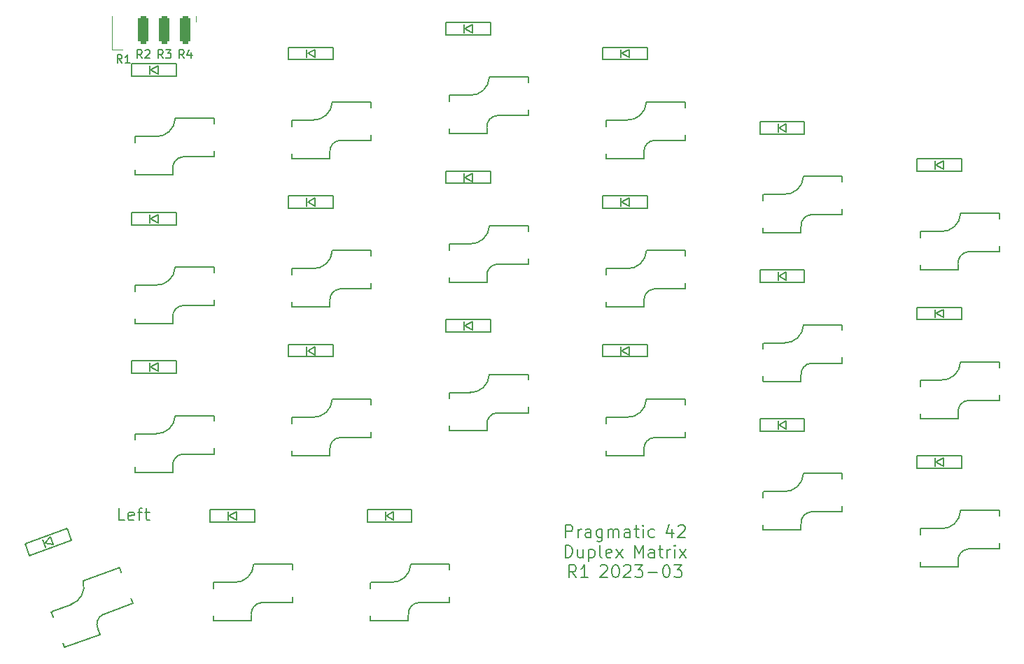
<source format=gto>
%TF.GenerationSoftware,KiCad,Pcbnew,(7.0.0-0)*%
%TF.CreationDate,2023-03-09T14:48:35+08:00*%
%TF.ProjectId,Input,496e7075-742e-46b6-9963-61645f706362,1*%
%TF.SameCoordinates,PX7bfa480PY6052340*%
%TF.FileFunction,Legend,Top*%
%TF.FilePolarity,Positive*%
%FSLAX46Y46*%
G04 Gerber Fmt 4.6, Leading zero omitted, Abs format (unit mm)*
G04 Created by KiCad (PCBNEW (7.0.0-0)) date 2023-03-09 14:48:35*
%MOMM*%
%LPD*%
G01*
G04 APERTURE LIST*
G04 Aperture macros list*
%AMRoundRect*
0 Rectangle with rounded corners*
0 $1 Rounding radius*
0 $2 $3 $4 $5 $6 $7 $8 $9 X,Y pos of 4 corners*
0 Add a 4 corners polygon primitive as box body*
4,1,4,$2,$3,$4,$5,$6,$7,$8,$9,$2,$3,0*
0 Add four circle primitives for the rounded corners*
1,1,$1+$1,$2,$3*
1,1,$1+$1,$4,$5*
1,1,$1+$1,$6,$7*
1,1,$1+$1,$8,$9*
0 Add four rect primitives between the rounded corners*
20,1,$1+$1,$2,$3,$4,$5,0*
20,1,$1+$1,$4,$5,$6,$7,0*
20,1,$1+$1,$6,$7,$8,$9,0*
20,1,$1+$1,$8,$9,$2,$3,0*%
%AMRotRect*
0 Rectangle, with rotation*
0 The origin of the aperture is its center*
0 $1 length*
0 $2 width*
0 $3 Rotation angle, in degrees counterclockwise*
0 Add horizontal line*
21,1,$1,$2,0,0,$3*%
G04 Aperture macros list end*
%ADD10C,0.150000*%
%ADD11C,0.200000*%
%ADD12C,0.120000*%
%ADD13C,3.000000*%
%ADD14R,2.000000X2.600000*%
%ADD15C,3.200000*%
%ADD16R,1.400000X1.000000*%
%ADD17RotRect,1.400000X1.000000X20.000000*%
%ADD18R,1.270000X3.429000*%
%ADD19RoundRect,0.317500X-0.317500X-1.397000X0.317500X-1.397000X0.317500X1.397000X-0.317500X1.397000X0*%
%ADD20RotRect,2.000000X2.600000X200.000000*%
%ADD21C,1.700000*%
G04 APERTURE END LIST*
D10*
X-1446667Y23932620D02*
X-1780000Y24408810D01*
X-2018095Y23932620D02*
X-2018095Y24932620D01*
X-2018095Y24932620D02*
X-1637143Y24932620D01*
X-1637143Y24932620D02*
X-1541905Y24885000D01*
X-1541905Y24885000D02*
X-1494286Y24837381D01*
X-1494286Y24837381D02*
X-1446667Y24742143D01*
X-1446667Y24742143D02*
X-1446667Y24599286D01*
X-1446667Y24599286D02*
X-1494286Y24504048D01*
X-1494286Y24504048D02*
X-1541905Y24456429D01*
X-1541905Y24456429D02*
X-1637143Y24408810D01*
X-1637143Y24408810D02*
X-2018095Y24408810D01*
X-1065714Y24837381D02*
X-1018095Y24885000D01*
X-1018095Y24885000D02*
X-922857Y24932620D01*
X-922857Y24932620D02*
X-684762Y24932620D01*
X-684762Y24932620D02*
X-589524Y24885000D01*
X-589524Y24885000D02*
X-541905Y24837381D01*
X-541905Y24837381D02*
X-494286Y24742143D01*
X-494286Y24742143D02*
X-494286Y24646905D01*
X-494286Y24646905D02*
X-541905Y24504048D01*
X-541905Y24504048D02*
X-1113333Y23932620D01*
X-1113333Y23932620D02*
X-494286Y23932620D01*
X-3859667Y23352620D02*
X-4193000Y23828810D01*
X-4431095Y23352620D02*
X-4431095Y24352620D01*
X-4431095Y24352620D02*
X-4050143Y24352620D01*
X-4050143Y24352620D02*
X-3954905Y24305000D01*
X-3954905Y24305000D02*
X-3907286Y24257381D01*
X-3907286Y24257381D02*
X-3859667Y24162143D01*
X-3859667Y24162143D02*
X-3859667Y24019286D01*
X-3859667Y24019286D02*
X-3907286Y23924048D01*
X-3907286Y23924048D02*
X-3954905Y23876429D01*
X-3954905Y23876429D02*
X-4050143Y23828810D01*
X-4050143Y23828810D02*
X-4431095Y23828810D01*
X-2907286Y23352620D02*
X-3478714Y23352620D01*
X-3193000Y23352620D02*
X-3193000Y24352620D01*
X-3193000Y24352620D02*
X-3288238Y24209762D01*
X-3288238Y24209762D02*
X-3383476Y24114524D01*
X-3383476Y24114524D02*
X-3478714Y24066905D01*
D11*
X49800000Y-34121071D02*
X49800000Y-32621071D01*
X49800000Y-32621071D02*
X50371429Y-32621071D01*
X50371429Y-32621071D02*
X50514286Y-32692500D01*
X50514286Y-32692500D02*
X50585715Y-32763928D01*
X50585715Y-32763928D02*
X50657143Y-32906785D01*
X50657143Y-32906785D02*
X50657143Y-33121071D01*
X50657143Y-33121071D02*
X50585715Y-33263928D01*
X50585715Y-33263928D02*
X50514286Y-33335357D01*
X50514286Y-33335357D02*
X50371429Y-33406785D01*
X50371429Y-33406785D02*
X49800000Y-33406785D01*
X51300000Y-34121071D02*
X51300000Y-33121071D01*
X51300000Y-33406785D02*
X51371429Y-33263928D01*
X51371429Y-33263928D02*
X51442858Y-33192500D01*
X51442858Y-33192500D02*
X51585715Y-33121071D01*
X51585715Y-33121071D02*
X51728572Y-33121071D01*
X52871429Y-34121071D02*
X52871429Y-33335357D01*
X52871429Y-33335357D02*
X52800000Y-33192500D01*
X52800000Y-33192500D02*
X52657143Y-33121071D01*
X52657143Y-33121071D02*
X52371429Y-33121071D01*
X52371429Y-33121071D02*
X52228571Y-33192500D01*
X52871429Y-34049642D02*
X52728571Y-34121071D01*
X52728571Y-34121071D02*
X52371429Y-34121071D01*
X52371429Y-34121071D02*
X52228571Y-34049642D01*
X52228571Y-34049642D02*
X52157143Y-33906785D01*
X52157143Y-33906785D02*
X52157143Y-33763928D01*
X52157143Y-33763928D02*
X52228571Y-33621071D01*
X52228571Y-33621071D02*
X52371429Y-33549642D01*
X52371429Y-33549642D02*
X52728571Y-33549642D01*
X52728571Y-33549642D02*
X52871429Y-33478214D01*
X54228572Y-33121071D02*
X54228572Y-34335357D01*
X54228572Y-34335357D02*
X54157143Y-34478214D01*
X54157143Y-34478214D02*
X54085714Y-34549642D01*
X54085714Y-34549642D02*
X53942857Y-34621071D01*
X53942857Y-34621071D02*
X53728572Y-34621071D01*
X53728572Y-34621071D02*
X53585714Y-34549642D01*
X54228572Y-34049642D02*
X54085714Y-34121071D01*
X54085714Y-34121071D02*
X53800000Y-34121071D01*
X53800000Y-34121071D02*
X53657143Y-34049642D01*
X53657143Y-34049642D02*
X53585714Y-33978214D01*
X53585714Y-33978214D02*
X53514286Y-33835357D01*
X53514286Y-33835357D02*
X53514286Y-33406785D01*
X53514286Y-33406785D02*
X53585714Y-33263928D01*
X53585714Y-33263928D02*
X53657143Y-33192500D01*
X53657143Y-33192500D02*
X53800000Y-33121071D01*
X53800000Y-33121071D02*
X54085714Y-33121071D01*
X54085714Y-33121071D02*
X54228572Y-33192500D01*
X54942857Y-34121071D02*
X54942857Y-33121071D01*
X54942857Y-33263928D02*
X55014286Y-33192500D01*
X55014286Y-33192500D02*
X55157143Y-33121071D01*
X55157143Y-33121071D02*
X55371429Y-33121071D01*
X55371429Y-33121071D02*
X55514286Y-33192500D01*
X55514286Y-33192500D02*
X55585715Y-33335357D01*
X55585715Y-33335357D02*
X55585715Y-34121071D01*
X55585715Y-33335357D02*
X55657143Y-33192500D01*
X55657143Y-33192500D02*
X55800000Y-33121071D01*
X55800000Y-33121071D02*
X56014286Y-33121071D01*
X56014286Y-33121071D02*
X56157143Y-33192500D01*
X56157143Y-33192500D02*
X56228572Y-33335357D01*
X56228572Y-33335357D02*
X56228572Y-34121071D01*
X57585715Y-34121071D02*
X57585715Y-33335357D01*
X57585715Y-33335357D02*
X57514286Y-33192500D01*
X57514286Y-33192500D02*
X57371429Y-33121071D01*
X57371429Y-33121071D02*
X57085715Y-33121071D01*
X57085715Y-33121071D02*
X56942857Y-33192500D01*
X57585715Y-34049642D02*
X57442857Y-34121071D01*
X57442857Y-34121071D02*
X57085715Y-34121071D01*
X57085715Y-34121071D02*
X56942857Y-34049642D01*
X56942857Y-34049642D02*
X56871429Y-33906785D01*
X56871429Y-33906785D02*
X56871429Y-33763928D01*
X56871429Y-33763928D02*
X56942857Y-33621071D01*
X56942857Y-33621071D02*
X57085715Y-33549642D01*
X57085715Y-33549642D02*
X57442857Y-33549642D01*
X57442857Y-33549642D02*
X57585715Y-33478214D01*
X58085715Y-33121071D02*
X58657143Y-33121071D01*
X58300000Y-32621071D02*
X58300000Y-33906785D01*
X58300000Y-33906785D02*
X58371429Y-34049642D01*
X58371429Y-34049642D02*
X58514286Y-34121071D01*
X58514286Y-34121071D02*
X58657143Y-34121071D01*
X59157143Y-34121071D02*
X59157143Y-33121071D01*
X59157143Y-32621071D02*
X59085715Y-32692500D01*
X59085715Y-32692500D02*
X59157143Y-32763928D01*
X59157143Y-32763928D02*
X59228572Y-32692500D01*
X59228572Y-32692500D02*
X59157143Y-32621071D01*
X59157143Y-32621071D02*
X59157143Y-32763928D01*
X60514287Y-34049642D02*
X60371429Y-34121071D01*
X60371429Y-34121071D02*
X60085715Y-34121071D01*
X60085715Y-34121071D02*
X59942858Y-34049642D01*
X59942858Y-34049642D02*
X59871429Y-33978214D01*
X59871429Y-33978214D02*
X59800001Y-33835357D01*
X59800001Y-33835357D02*
X59800001Y-33406785D01*
X59800001Y-33406785D02*
X59871429Y-33263928D01*
X59871429Y-33263928D02*
X59942858Y-33192500D01*
X59942858Y-33192500D02*
X60085715Y-33121071D01*
X60085715Y-33121071D02*
X60371429Y-33121071D01*
X60371429Y-33121071D02*
X60514287Y-33192500D01*
X62700001Y-33121071D02*
X62700001Y-34121071D01*
X62342858Y-32549642D02*
X61985715Y-33621071D01*
X61985715Y-33621071D02*
X62914286Y-33621071D01*
X63414286Y-32763928D02*
X63485714Y-32692500D01*
X63485714Y-32692500D02*
X63628572Y-32621071D01*
X63628572Y-32621071D02*
X63985714Y-32621071D01*
X63985714Y-32621071D02*
X64128572Y-32692500D01*
X64128572Y-32692500D02*
X64200000Y-32763928D01*
X64200000Y-32763928D02*
X64271429Y-32906785D01*
X64271429Y-32906785D02*
X64271429Y-33049642D01*
X64271429Y-33049642D02*
X64200000Y-33263928D01*
X64200000Y-33263928D02*
X63342857Y-34121071D01*
X63342857Y-34121071D02*
X64271429Y-34121071D01*
X49764285Y-36551071D02*
X49764285Y-35051071D01*
X49764285Y-35051071D02*
X50121428Y-35051071D01*
X50121428Y-35051071D02*
X50335714Y-35122500D01*
X50335714Y-35122500D02*
X50478571Y-35265357D01*
X50478571Y-35265357D02*
X50550000Y-35408214D01*
X50550000Y-35408214D02*
X50621428Y-35693928D01*
X50621428Y-35693928D02*
X50621428Y-35908214D01*
X50621428Y-35908214D02*
X50550000Y-36193928D01*
X50550000Y-36193928D02*
X50478571Y-36336785D01*
X50478571Y-36336785D02*
X50335714Y-36479642D01*
X50335714Y-36479642D02*
X50121428Y-36551071D01*
X50121428Y-36551071D02*
X49764285Y-36551071D01*
X51907143Y-35551071D02*
X51907143Y-36551071D01*
X51264285Y-35551071D02*
X51264285Y-36336785D01*
X51264285Y-36336785D02*
X51335714Y-36479642D01*
X51335714Y-36479642D02*
X51478571Y-36551071D01*
X51478571Y-36551071D02*
X51692857Y-36551071D01*
X51692857Y-36551071D02*
X51835714Y-36479642D01*
X51835714Y-36479642D02*
X51907143Y-36408214D01*
X52621428Y-35551071D02*
X52621428Y-37051071D01*
X52621428Y-35622500D02*
X52764286Y-35551071D01*
X52764286Y-35551071D02*
X53050000Y-35551071D01*
X53050000Y-35551071D02*
X53192857Y-35622500D01*
X53192857Y-35622500D02*
X53264286Y-35693928D01*
X53264286Y-35693928D02*
X53335714Y-35836785D01*
X53335714Y-35836785D02*
X53335714Y-36265357D01*
X53335714Y-36265357D02*
X53264286Y-36408214D01*
X53264286Y-36408214D02*
X53192857Y-36479642D01*
X53192857Y-36479642D02*
X53050000Y-36551071D01*
X53050000Y-36551071D02*
X52764286Y-36551071D01*
X52764286Y-36551071D02*
X52621428Y-36479642D01*
X54192857Y-36551071D02*
X54050000Y-36479642D01*
X54050000Y-36479642D02*
X53978571Y-36336785D01*
X53978571Y-36336785D02*
X53978571Y-35051071D01*
X55335714Y-36479642D02*
X55192857Y-36551071D01*
X55192857Y-36551071D02*
X54907143Y-36551071D01*
X54907143Y-36551071D02*
X54764285Y-36479642D01*
X54764285Y-36479642D02*
X54692857Y-36336785D01*
X54692857Y-36336785D02*
X54692857Y-35765357D01*
X54692857Y-35765357D02*
X54764285Y-35622500D01*
X54764285Y-35622500D02*
X54907143Y-35551071D01*
X54907143Y-35551071D02*
X55192857Y-35551071D01*
X55192857Y-35551071D02*
X55335714Y-35622500D01*
X55335714Y-35622500D02*
X55407143Y-35765357D01*
X55407143Y-35765357D02*
X55407143Y-35908214D01*
X55407143Y-35908214D02*
X54692857Y-36051071D01*
X55907142Y-36551071D02*
X56692857Y-35551071D01*
X55907142Y-35551071D02*
X56692857Y-36551071D01*
X58164285Y-36551071D02*
X58164285Y-35051071D01*
X58164285Y-35051071D02*
X58664285Y-36122500D01*
X58664285Y-36122500D02*
X59164285Y-35051071D01*
X59164285Y-35051071D02*
X59164285Y-36551071D01*
X60521429Y-36551071D02*
X60521429Y-35765357D01*
X60521429Y-35765357D02*
X60450000Y-35622500D01*
X60450000Y-35622500D02*
X60307143Y-35551071D01*
X60307143Y-35551071D02*
X60021429Y-35551071D01*
X60021429Y-35551071D02*
X59878571Y-35622500D01*
X60521429Y-36479642D02*
X60378571Y-36551071D01*
X60378571Y-36551071D02*
X60021429Y-36551071D01*
X60021429Y-36551071D02*
X59878571Y-36479642D01*
X59878571Y-36479642D02*
X59807143Y-36336785D01*
X59807143Y-36336785D02*
X59807143Y-36193928D01*
X59807143Y-36193928D02*
X59878571Y-36051071D01*
X59878571Y-36051071D02*
X60021429Y-35979642D01*
X60021429Y-35979642D02*
X60378571Y-35979642D01*
X60378571Y-35979642D02*
X60521429Y-35908214D01*
X61021429Y-35551071D02*
X61592857Y-35551071D01*
X61235714Y-35051071D02*
X61235714Y-36336785D01*
X61235714Y-36336785D02*
X61307143Y-36479642D01*
X61307143Y-36479642D02*
X61450000Y-36551071D01*
X61450000Y-36551071D02*
X61592857Y-36551071D01*
X62092857Y-36551071D02*
X62092857Y-35551071D01*
X62092857Y-35836785D02*
X62164286Y-35693928D01*
X62164286Y-35693928D02*
X62235715Y-35622500D01*
X62235715Y-35622500D02*
X62378572Y-35551071D01*
X62378572Y-35551071D02*
X62521429Y-35551071D01*
X63021428Y-36551071D02*
X63021428Y-35551071D01*
X63021428Y-35051071D02*
X62950000Y-35122500D01*
X62950000Y-35122500D02*
X63021428Y-35193928D01*
X63021428Y-35193928D02*
X63092857Y-35122500D01*
X63092857Y-35122500D02*
X63021428Y-35051071D01*
X63021428Y-35051071D02*
X63021428Y-35193928D01*
X63592857Y-36551071D02*
X64378572Y-35551071D01*
X63592857Y-35551071D02*
X64378572Y-36551071D01*
X51085715Y-38981071D02*
X50585715Y-38266785D01*
X50228572Y-38981071D02*
X50228572Y-37481071D01*
X50228572Y-37481071D02*
X50800001Y-37481071D01*
X50800001Y-37481071D02*
X50942858Y-37552500D01*
X50942858Y-37552500D02*
X51014287Y-37623928D01*
X51014287Y-37623928D02*
X51085715Y-37766785D01*
X51085715Y-37766785D02*
X51085715Y-37981071D01*
X51085715Y-37981071D02*
X51014287Y-38123928D01*
X51014287Y-38123928D02*
X50942858Y-38195357D01*
X50942858Y-38195357D02*
X50800001Y-38266785D01*
X50800001Y-38266785D02*
X50228572Y-38266785D01*
X52514287Y-38981071D02*
X51657144Y-38981071D01*
X52085715Y-38981071D02*
X52085715Y-37481071D01*
X52085715Y-37481071D02*
X51942858Y-37695357D01*
X51942858Y-37695357D02*
X51800001Y-37838214D01*
X51800001Y-37838214D02*
X51657144Y-37909642D01*
X53985715Y-37623928D02*
X54057143Y-37552500D01*
X54057143Y-37552500D02*
X54200001Y-37481071D01*
X54200001Y-37481071D02*
X54557143Y-37481071D01*
X54557143Y-37481071D02*
X54700001Y-37552500D01*
X54700001Y-37552500D02*
X54771429Y-37623928D01*
X54771429Y-37623928D02*
X54842858Y-37766785D01*
X54842858Y-37766785D02*
X54842858Y-37909642D01*
X54842858Y-37909642D02*
X54771429Y-38123928D01*
X54771429Y-38123928D02*
X53914286Y-38981071D01*
X53914286Y-38981071D02*
X54842858Y-38981071D01*
X55771429Y-37481071D02*
X55914286Y-37481071D01*
X55914286Y-37481071D02*
X56057143Y-37552500D01*
X56057143Y-37552500D02*
X56128572Y-37623928D01*
X56128572Y-37623928D02*
X56200000Y-37766785D01*
X56200000Y-37766785D02*
X56271429Y-38052500D01*
X56271429Y-38052500D02*
X56271429Y-38409642D01*
X56271429Y-38409642D02*
X56200000Y-38695357D01*
X56200000Y-38695357D02*
X56128572Y-38838214D01*
X56128572Y-38838214D02*
X56057143Y-38909642D01*
X56057143Y-38909642D02*
X55914286Y-38981071D01*
X55914286Y-38981071D02*
X55771429Y-38981071D01*
X55771429Y-38981071D02*
X55628572Y-38909642D01*
X55628572Y-38909642D02*
X55557143Y-38838214D01*
X55557143Y-38838214D02*
X55485714Y-38695357D01*
X55485714Y-38695357D02*
X55414286Y-38409642D01*
X55414286Y-38409642D02*
X55414286Y-38052500D01*
X55414286Y-38052500D02*
X55485714Y-37766785D01*
X55485714Y-37766785D02*
X55557143Y-37623928D01*
X55557143Y-37623928D02*
X55628572Y-37552500D01*
X55628572Y-37552500D02*
X55771429Y-37481071D01*
X56842857Y-37623928D02*
X56914285Y-37552500D01*
X56914285Y-37552500D02*
X57057143Y-37481071D01*
X57057143Y-37481071D02*
X57414285Y-37481071D01*
X57414285Y-37481071D02*
X57557143Y-37552500D01*
X57557143Y-37552500D02*
X57628571Y-37623928D01*
X57628571Y-37623928D02*
X57700000Y-37766785D01*
X57700000Y-37766785D02*
X57700000Y-37909642D01*
X57700000Y-37909642D02*
X57628571Y-38123928D01*
X57628571Y-38123928D02*
X56771428Y-38981071D01*
X56771428Y-38981071D02*
X57700000Y-38981071D01*
X58199999Y-37481071D02*
X59128571Y-37481071D01*
X59128571Y-37481071D02*
X58628571Y-38052500D01*
X58628571Y-38052500D02*
X58842856Y-38052500D01*
X58842856Y-38052500D02*
X58985714Y-38123928D01*
X58985714Y-38123928D02*
X59057142Y-38195357D01*
X59057142Y-38195357D02*
X59128571Y-38338214D01*
X59128571Y-38338214D02*
X59128571Y-38695357D01*
X59128571Y-38695357D02*
X59057142Y-38838214D01*
X59057142Y-38838214D02*
X58985714Y-38909642D01*
X58985714Y-38909642D02*
X58842856Y-38981071D01*
X58842856Y-38981071D02*
X58414285Y-38981071D01*
X58414285Y-38981071D02*
X58271428Y-38909642D01*
X58271428Y-38909642D02*
X58199999Y-38838214D01*
X59771427Y-38409642D02*
X60914285Y-38409642D01*
X61914285Y-37481071D02*
X62057142Y-37481071D01*
X62057142Y-37481071D02*
X62199999Y-37552500D01*
X62199999Y-37552500D02*
X62271428Y-37623928D01*
X62271428Y-37623928D02*
X62342856Y-37766785D01*
X62342856Y-37766785D02*
X62414285Y-38052500D01*
X62414285Y-38052500D02*
X62414285Y-38409642D01*
X62414285Y-38409642D02*
X62342856Y-38695357D01*
X62342856Y-38695357D02*
X62271428Y-38838214D01*
X62271428Y-38838214D02*
X62199999Y-38909642D01*
X62199999Y-38909642D02*
X62057142Y-38981071D01*
X62057142Y-38981071D02*
X61914285Y-38981071D01*
X61914285Y-38981071D02*
X61771428Y-38909642D01*
X61771428Y-38909642D02*
X61699999Y-38838214D01*
X61699999Y-38838214D02*
X61628570Y-38695357D01*
X61628570Y-38695357D02*
X61557142Y-38409642D01*
X61557142Y-38409642D02*
X61557142Y-38052500D01*
X61557142Y-38052500D02*
X61628570Y-37766785D01*
X61628570Y-37766785D02*
X61699999Y-37623928D01*
X61699999Y-37623928D02*
X61771428Y-37552500D01*
X61771428Y-37552500D02*
X61914285Y-37481071D01*
X62914284Y-37481071D02*
X63842856Y-37481071D01*
X63842856Y-37481071D02*
X63342856Y-38052500D01*
X63342856Y-38052500D02*
X63557141Y-38052500D01*
X63557141Y-38052500D02*
X63699999Y-38123928D01*
X63699999Y-38123928D02*
X63771427Y-38195357D01*
X63771427Y-38195357D02*
X63842856Y-38338214D01*
X63842856Y-38338214D02*
X63842856Y-38695357D01*
X63842856Y-38695357D02*
X63771427Y-38838214D01*
X63771427Y-38838214D02*
X63699999Y-38909642D01*
X63699999Y-38909642D02*
X63557141Y-38981071D01*
X63557141Y-38981071D02*
X63128570Y-38981071D01*
X63128570Y-38981071D02*
X62985713Y-38909642D01*
X62985713Y-38909642D02*
X62914284Y-38838214D01*
D10*
X3633333Y23932620D02*
X3300000Y24408810D01*
X3061905Y23932620D02*
X3061905Y24932620D01*
X3061905Y24932620D02*
X3442857Y24932620D01*
X3442857Y24932620D02*
X3538095Y24885000D01*
X3538095Y24885000D02*
X3585714Y24837381D01*
X3585714Y24837381D02*
X3633333Y24742143D01*
X3633333Y24742143D02*
X3633333Y24599286D01*
X3633333Y24599286D02*
X3585714Y24504048D01*
X3585714Y24504048D02*
X3538095Y24456429D01*
X3538095Y24456429D02*
X3442857Y24408810D01*
X3442857Y24408810D02*
X3061905Y24408810D01*
X4490476Y24599286D02*
X4490476Y23932620D01*
X4252381Y24980239D02*
X4014286Y24265953D01*
X4014286Y24265953D02*
X4633333Y24265953D01*
X1093333Y23932620D02*
X760000Y24408810D01*
X521905Y23932620D02*
X521905Y24932620D01*
X521905Y24932620D02*
X902857Y24932620D01*
X902857Y24932620D02*
X998095Y24885000D01*
X998095Y24885000D02*
X1045714Y24837381D01*
X1045714Y24837381D02*
X1093333Y24742143D01*
X1093333Y24742143D02*
X1093333Y24599286D01*
X1093333Y24599286D02*
X1045714Y24504048D01*
X1045714Y24504048D02*
X998095Y24456429D01*
X998095Y24456429D02*
X902857Y24408810D01*
X902857Y24408810D02*
X521905Y24408810D01*
X1426667Y24932620D02*
X2045714Y24932620D01*
X2045714Y24932620D02*
X1712381Y24551667D01*
X1712381Y24551667D02*
X1855238Y24551667D01*
X1855238Y24551667D02*
X1950476Y24504048D01*
X1950476Y24504048D02*
X1998095Y24456429D01*
X1998095Y24456429D02*
X2045714Y24361191D01*
X2045714Y24361191D02*
X2045714Y24123096D01*
X2045714Y24123096D02*
X1998095Y24027858D01*
X1998095Y24027858D02*
X1950476Y23980239D01*
X1950476Y23980239D02*
X1855238Y23932620D01*
X1855238Y23932620D02*
X1569524Y23932620D01*
X1569524Y23932620D02*
X1474286Y23980239D01*
X1474286Y23980239D02*
X1426667Y24027858D01*
D11*
X-3535715Y-32051071D02*
X-4250001Y-32051071D01*
X-4250001Y-32051071D02*
X-4250001Y-30551071D01*
X-2464286Y-31979642D02*
X-2607143Y-32051071D01*
X-2607143Y-32051071D02*
X-2892857Y-32051071D01*
X-2892857Y-32051071D02*
X-3035715Y-31979642D01*
X-3035715Y-31979642D02*
X-3107143Y-31836785D01*
X-3107143Y-31836785D02*
X-3107143Y-31265357D01*
X-3107143Y-31265357D02*
X-3035715Y-31122500D01*
X-3035715Y-31122500D02*
X-2892857Y-31051071D01*
X-2892857Y-31051071D02*
X-2607143Y-31051071D01*
X-2607143Y-31051071D02*
X-2464286Y-31122500D01*
X-2464286Y-31122500D02*
X-2392857Y-31265357D01*
X-2392857Y-31265357D02*
X-2392857Y-31408214D01*
X-2392857Y-31408214D02*
X-3107143Y-31551071D01*
X-1964286Y-31051071D02*
X-1392858Y-31051071D01*
X-1750001Y-32051071D02*
X-1750001Y-30765357D01*
X-1750001Y-30765357D02*
X-1678572Y-30622500D01*
X-1678572Y-30622500D02*
X-1535715Y-30551071D01*
X-1535715Y-30551071D02*
X-1392858Y-30551071D01*
X-1107143Y-31051071D02*
X-535715Y-31051071D01*
X-892858Y-30551071D02*
X-892858Y-31836785D01*
X-892858Y-31836785D02*
X-821429Y-31979642D01*
X-821429Y-31979642D02*
X-678572Y-32051071D01*
X-678572Y-32051071D02*
X-535715Y-32051071D01*
D10*
%TO.C,SW17*%
X16700000Y16400000D02*
X16700000Y15682000D01*
X16700000Y15682000D02*
X16700000Y15682000D01*
X16700000Y12380000D02*
X16700000Y11800000D01*
X16725000Y16425000D02*
X19275000Y16425000D01*
X16725000Y11775000D02*
X21275000Y11775000D01*
X21280000Y12500000D02*
X21280000Y11800000D01*
X21575000Y18625000D02*
X26275000Y18625000D01*
X22500000Y13975000D02*
X26275000Y13975000D01*
X26275000Y18625000D02*
X26275000Y17968000D01*
X26275000Y14666000D02*
X26275000Y13975000D01*
X22500000Y13970000D02*
G75*
G03*
X21280000Y12550000I100000J-1320000D01*
G01*
X19200000Y16430001D02*
G75*
G03*
X21569999Y18600000I100000J2269999D01*
G01*
%TO.C,SW29*%
X16700000Y-1600000D02*
X16700000Y-2318000D01*
X16700000Y-2318000D02*
X16700000Y-2318000D01*
X16700000Y-5620000D02*
X16700000Y-6200000D01*
X16725000Y-1575000D02*
X19275000Y-1575000D01*
X16725000Y-6225000D02*
X21275000Y-6225000D01*
X21280000Y-5500000D02*
X21280000Y-6200000D01*
X21575000Y625000D02*
X26275000Y625000D01*
X22500000Y-4025000D02*
X26275000Y-4025000D01*
X26275000Y625000D02*
X26275000Y-32000D01*
X26275000Y-3334000D02*
X26275000Y-4025000D01*
X22500000Y-4030000D02*
G75*
G03*
X21280000Y-5450000I100000J-1320000D01*
G01*
X19200000Y-1569999D02*
G75*
G03*
X21569999Y600000I100000J2269999D01*
G01*
%TO.C,D27*%
X54300000Y7250000D02*
X54300000Y5750000D01*
X54300000Y5750000D02*
X59700000Y5750000D01*
X56500000Y7000000D02*
X56500000Y6000000D01*
X56600000Y6500000D02*
X57500000Y7000000D01*
X57500000Y7000000D02*
X57500000Y6000000D01*
X57500000Y6000000D02*
X56600000Y6500000D01*
X59700000Y7250000D02*
X54300000Y7250000D01*
X59700000Y7250000D02*
X59700000Y5750000D01*
%TO.C,D18*%
X-2700000Y23250000D02*
X-2700000Y21750000D01*
X-2700000Y21750000D02*
X2700000Y21750000D01*
X-500000Y23000000D02*
X-500000Y22000000D01*
X-400000Y22500000D02*
X500000Y23000000D01*
X500000Y23000000D02*
X500000Y22000000D01*
X500000Y22000000D02*
X-400000Y22500000D01*
X2700000Y23250000D02*
X-2700000Y23250000D01*
X2700000Y23250000D02*
X2700000Y21750000D01*
%TO.C,SW15*%
X54700000Y16400000D02*
X54700000Y15682000D01*
X54700000Y15682000D02*
X54700000Y15682000D01*
X54700000Y12380000D02*
X54700000Y11800000D01*
X54725000Y16425000D02*
X57275000Y16425000D01*
X54725000Y11775000D02*
X59275000Y11775000D01*
X59280000Y12500000D02*
X59280000Y11800000D01*
X59575000Y18625000D02*
X64275000Y18625000D01*
X60500000Y13975000D02*
X64275000Y13975000D01*
X64275000Y18625000D02*
X64275000Y17968000D01*
X64275000Y14666000D02*
X64275000Y13975000D01*
X60500000Y13970000D02*
G75*
G03*
X59280000Y12550000I100000J-1320000D01*
G01*
X57200000Y16430001D02*
G75*
G03*
X59569999Y18600000I100000J2269999D01*
G01*
%TO.C,D15*%
X54300000Y25250000D02*
X54300000Y23750000D01*
X54300000Y23750000D02*
X59700000Y23750000D01*
X56500000Y25000000D02*
X56500000Y24000000D01*
X56600000Y24500000D02*
X57500000Y25000000D01*
X57500000Y25000000D02*
X57500000Y24000000D01*
X57500000Y24000000D02*
X56600000Y24500000D01*
X59700000Y25250000D02*
X54300000Y25250000D01*
X59700000Y25250000D02*
X59700000Y23750000D01*
%TO.C,D37*%
X92300000Y-24250000D02*
X92300000Y-25750000D01*
X92300000Y-25750000D02*
X97700000Y-25750000D01*
X94500000Y-24500000D02*
X94500000Y-25500000D01*
X94600000Y-25000000D02*
X95500000Y-24500000D01*
X95500000Y-24500000D02*
X95500000Y-25500000D01*
X95500000Y-25500000D02*
X94600000Y-25000000D01*
X97700000Y-24250000D02*
X92300000Y-24250000D01*
X97700000Y-24250000D02*
X97700000Y-25750000D01*
%TO.C,D52*%
X25800000Y-30750000D02*
X25800000Y-32250000D01*
X25800000Y-32250000D02*
X31200000Y-32250000D01*
X28000000Y-31000000D02*
X28000000Y-32000000D01*
X28100000Y-31500000D02*
X29000000Y-31000000D01*
X29000000Y-31000000D02*
X29000000Y-32000000D01*
X29000000Y-32000000D02*
X28100000Y-31500000D01*
X31200000Y-30750000D02*
X25800000Y-30750000D01*
X31200000Y-30750000D02*
X31200000Y-32250000D01*
%TO.C,D16*%
X35300000Y28250000D02*
X35300000Y26750000D01*
X35300000Y26750000D02*
X40700000Y26750000D01*
X37500000Y28000000D02*
X37500000Y27000000D01*
X37600000Y27500000D02*
X38500000Y28000000D01*
X38500000Y28000000D02*
X38500000Y27000000D01*
X38500000Y27000000D02*
X37600000Y27500000D01*
X40700000Y28250000D02*
X35300000Y28250000D01*
X40700000Y28250000D02*
X40700000Y26750000D01*
%TO.C,SW26*%
X73700000Y-10600000D02*
X73700000Y-11318000D01*
X73700000Y-11318000D02*
X73700000Y-11318000D01*
X73700000Y-14620000D02*
X73700000Y-15200000D01*
X73725000Y-10575000D02*
X76275000Y-10575000D01*
X73725000Y-15225000D02*
X78275000Y-15225000D01*
X78280000Y-14500000D02*
X78280000Y-15200000D01*
X78575000Y-8375000D02*
X83275000Y-8375000D01*
X79500000Y-13025000D02*
X83275000Y-13025000D01*
X83275000Y-8375000D02*
X83275000Y-9032000D01*
X83275000Y-12334000D02*
X83275000Y-13025000D01*
X79500000Y-13030000D02*
G75*
G03*
X78280000Y-14450000I100000J-1320000D01*
G01*
X76200000Y-10569999D02*
G75*
G03*
X78569999Y-8400000I100000J2269999D01*
G01*
%TO.C,SW38*%
X73700000Y-28600000D02*
X73700000Y-29318000D01*
X73700000Y-29318000D02*
X73700000Y-29318000D01*
X73700000Y-32620000D02*
X73700000Y-33200000D01*
X73725000Y-28575000D02*
X76275000Y-28575000D01*
X73725000Y-33225000D02*
X78275000Y-33225000D01*
X78280000Y-32500000D02*
X78280000Y-33200000D01*
X78575000Y-26375000D02*
X83275000Y-26375000D01*
X79500000Y-31025000D02*
X83275000Y-31025000D01*
X83275000Y-26375000D02*
X83275000Y-27032000D01*
X83275000Y-30334000D02*
X83275000Y-31025000D01*
X79500000Y-31030000D02*
G75*
G03*
X78280000Y-32450000I100000J-1320000D01*
G01*
X76200000Y-28569999D02*
G75*
G03*
X78569999Y-26400000I100000J2269999D01*
G01*
%TO.C,D54*%
X-15593685Y-34918685D02*
X-15080655Y-36328224D01*
X-15080655Y-36328224D02*
X-10006315Y-34481315D01*
X-13440856Y-34401164D02*
X-13098836Y-35340856D01*
X-13175877Y-34836808D02*
X-12501164Y-34059144D01*
X-12501164Y-34059144D02*
X-12159144Y-34998836D01*
X-12159144Y-34998836D02*
X-13175877Y-34836808D01*
X-10519345Y-33071776D02*
X-15593685Y-34918685D01*
X-10519345Y-33071776D02*
X-10006315Y-34481315D01*
%TO.C,SW27*%
X54700000Y-1600000D02*
X54700000Y-2318000D01*
X54700000Y-2318000D02*
X54700000Y-2318000D01*
X54700000Y-5620000D02*
X54700000Y-6200000D01*
X54725000Y-1575000D02*
X57275000Y-1575000D01*
X54725000Y-6225000D02*
X59275000Y-6225000D01*
X59280000Y-5500000D02*
X59280000Y-6200000D01*
X59575000Y625000D02*
X64275000Y625000D01*
X60500000Y-4025000D02*
X64275000Y-4025000D01*
X64275000Y625000D02*
X64275000Y-32000D01*
X64275000Y-3334000D02*
X64275000Y-4025000D01*
X60500000Y-4030000D02*
G75*
G03*
X59280000Y-5450000I100000J-1320000D01*
G01*
X57200000Y-1569999D02*
G75*
G03*
X59569999Y600000I100000J2269999D01*
G01*
%TO.C,D53*%
X6800000Y-30750000D02*
X6800000Y-32250000D01*
X6800000Y-32250000D02*
X12200000Y-32250000D01*
X9000000Y-31000000D02*
X9000000Y-32000000D01*
X9100000Y-31500000D02*
X10000000Y-31000000D01*
X10000000Y-31000000D02*
X10000000Y-32000000D01*
X10000000Y-32000000D02*
X9100000Y-31500000D01*
X12200000Y-30750000D02*
X6800000Y-30750000D01*
X12200000Y-30750000D02*
X12200000Y-32250000D01*
%TO.C,D39*%
X54300000Y-10750000D02*
X54300000Y-12250000D01*
X54300000Y-12250000D02*
X59700000Y-12250000D01*
X56500000Y-11000000D02*
X56500000Y-12000000D01*
X56600000Y-11500000D02*
X57500000Y-11000000D01*
X57500000Y-11000000D02*
X57500000Y-12000000D01*
X57500000Y-12000000D02*
X56600000Y-11500000D01*
X59700000Y-10750000D02*
X54300000Y-10750000D01*
X59700000Y-10750000D02*
X59700000Y-12250000D01*
%TO.C,SW52*%
X26200000Y-39600000D02*
X26200000Y-40318000D01*
X26200000Y-40318000D02*
X26200000Y-40318000D01*
X26200000Y-43620000D02*
X26200000Y-44200000D01*
X26225000Y-39575000D02*
X28775000Y-39575000D01*
X26225000Y-44225000D02*
X30775000Y-44225000D01*
X30780000Y-43500000D02*
X30780000Y-44200000D01*
X31075000Y-37375000D02*
X35775000Y-37375000D01*
X32000000Y-42025000D02*
X35775000Y-42025000D01*
X35775000Y-37375000D02*
X35775000Y-38032000D01*
X35775000Y-41334000D02*
X35775000Y-42025000D01*
X32000000Y-42030000D02*
G75*
G03*
X30780000Y-43450000I100000J-1320000D01*
G01*
X28700000Y-39569999D02*
G75*
G03*
X31069999Y-37400000I100000J2269999D01*
G01*
%TO.C,D42*%
X-2700000Y-12750000D02*
X-2700000Y-14250000D01*
X-2700000Y-14250000D02*
X2700000Y-14250000D01*
X-500000Y-13000000D02*
X-500000Y-14000000D01*
X-400000Y-13500000D02*
X500000Y-13000000D01*
X500000Y-13000000D02*
X500000Y-14000000D01*
X500000Y-14000000D02*
X-400000Y-13500000D01*
X2700000Y-12750000D02*
X-2700000Y-12750000D01*
X2700000Y-12750000D02*
X2700000Y-14250000D01*
%TO.C,D30*%
X-2700000Y5250000D02*
X-2700000Y3750000D01*
X-2700000Y3750000D02*
X2700000Y3750000D01*
X-500000Y5000000D02*
X-500000Y4000000D01*
X-400000Y4500000D02*
X500000Y5000000D01*
X500000Y5000000D02*
X500000Y4000000D01*
X500000Y4000000D02*
X-400000Y4500000D01*
X2700000Y5250000D02*
X-2700000Y5250000D01*
X2700000Y5250000D02*
X2700000Y3750000D01*
%TO.C,SW13*%
X92700000Y2900000D02*
X92700000Y2182000D01*
X92700000Y2182000D02*
X92700000Y2182000D01*
X92700000Y-1120000D02*
X92700000Y-1700000D01*
X92725000Y2925000D02*
X95275000Y2925000D01*
X92725000Y-1725000D02*
X97275000Y-1725000D01*
X97280000Y-1000000D02*
X97280000Y-1700000D01*
X97575000Y5125000D02*
X102275000Y5125000D01*
X98500000Y475000D02*
X102275000Y475000D01*
X102275000Y5125000D02*
X102275000Y4468000D01*
X102275000Y1166000D02*
X102275000Y475000D01*
X98500000Y470000D02*
G75*
G03*
X97280000Y-950000I100000J-1320000D01*
G01*
X95200000Y2930001D02*
G75*
G03*
X97569999Y5100000I100000J2269999D01*
G01*
%TO.C,D28*%
X35300000Y10250000D02*
X35300000Y8750000D01*
X35300000Y8750000D02*
X40700000Y8750000D01*
X37500000Y10000000D02*
X37500000Y9000000D01*
X37600000Y9500000D02*
X38500000Y10000000D01*
X38500000Y10000000D02*
X38500000Y9000000D01*
X38500000Y9000000D02*
X37600000Y9500000D01*
X40700000Y10250000D02*
X35300000Y10250000D01*
X40700000Y10250000D02*
X40700000Y8750000D01*
%TO.C,SW28*%
X35700000Y1400000D02*
X35700000Y682000D01*
X35700000Y682000D02*
X35700000Y682000D01*
X35700000Y-2620000D02*
X35700000Y-3200000D01*
X35725000Y1425000D02*
X38275000Y1425000D01*
X35725000Y-3225000D02*
X40275000Y-3225000D01*
X40280000Y-2500000D02*
X40280000Y-3200000D01*
X40575000Y3625000D02*
X45275000Y3625000D01*
X41500000Y-1025000D02*
X45275000Y-1025000D01*
X45275000Y3625000D02*
X45275000Y2968000D01*
X45275000Y-334000D02*
X45275000Y-1025000D01*
X41500000Y-1030000D02*
G75*
G03*
X40280000Y-2450000I100000J-1320000D01*
G01*
X38200000Y1430001D02*
G75*
G03*
X40569999Y3600000I100000J2269999D01*
G01*
%TO.C,D13*%
X92300000Y11750000D02*
X92300000Y10250000D01*
X92300000Y10250000D02*
X97700000Y10250000D01*
X94500000Y11500000D02*
X94500000Y10500000D01*
X94600000Y11000000D02*
X95500000Y11500000D01*
X95500000Y11500000D02*
X95500000Y10500000D01*
X95500000Y10500000D02*
X94600000Y11000000D01*
X97700000Y11750000D02*
X92300000Y11750000D01*
X97700000Y11750000D02*
X97700000Y10250000D01*
%TO.C,SW42*%
X-2300000Y-21600000D02*
X-2300000Y-22318000D01*
X-2300000Y-22318000D02*
X-2300000Y-22318000D01*
X-2300000Y-25620000D02*
X-2300000Y-26200000D01*
X-2275000Y-21575000D02*
X275000Y-21575000D01*
X-2275000Y-26225000D02*
X2275000Y-26225000D01*
X2280000Y-25500000D02*
X2280000Y-26200000D01*
X2575000Y-19375000D02*
X7275000Y-19375000D01*
X3500000Y-24025000D02*
X7275000Y-24025000D01*
X7275000Y-19375000D02*
X7275000Y-20032000D01*
X7275000Y-23334000D02*
X7275000Y-24025000D01*
X3500000Y-24030000D02*
G75*
G03*
X2280000Y-25450000I100000J-1320000D01*
G01*
X200000Y-21569999D02*
G75*
G03*
X2569999Y-19400000I100000J2269999D01*
G01*
%TO.C,SW14*%
X73700000Y7400000D02*
X73700000Y6682000D01*
X73700000Y6682000D02*
X73700000Y6682000D01*
X73700000Y3380000D02*
X73700000Y2800000D01*
X73725000Y7425000D02*
X76275000Y7425000D01*
X73725000Y2775000D02*
X78275000Y2775000D01*
X78280000Y3500000D02*
X78280000Y2800000D01*
X78575000Y9625000D02*
X83275000Y9625000D01*
X79500000Y4975000D02*
X83275000Y4975000D01*
X83275000Y9625000D02*
X83275000Y8968000D01*
X83275000Y5666000D02*
X83275000Y4975000D01*
X79500000Y4970000D02*
G75*
G03*
X78280000Y3550000I100000J-1320000D01*
G01*
X76200000Y7430001D02*
G75*
G03*
X78569999Y9600000I100000J2269999D01*
G01*
%TO.C,SW30*%
X-2300000Y-3600000D02*
X-2300000Y-4318000D01*
X-2300000Y-4318000D02*
X-2300000Y-4318000D01*
X-2300000Y-7620000D02*
X-2300000Y-8200000D01*
X-2275000Y-3575000D02*
X275000Y-3575000D01*
X-2275000Y-8225000D02*
X2275000Y-8225000D01*
X2280000Y-7500000D02*
X2280000Y-8200000D01*
X2575000Y-1375000D02*
X7275000Y-1375000D01*
X3500000Y-6025000D02*
X7275000Y-6025000D01*
X7275000Y-1375000D02*
X7275000Y-2032000D01*
X7275000Y-5334000D02*
X7275000Y-6025000D01*
X3500000Y-6030000D02*
G75*
G03*
X2280000Y-7450000I100000J-1320000D01*
G01*
X200000Y-3569999D02*
G75*
G03*
X2569999Y-1400000I100000J2269999D01*
G01*
D12*
%TO.C,J1*%
X5080000Y28365000D02*
X5080000Y29000000D01*
X-3810000Y25000000D02*
X-5080000Y25000000D01*
X-5080000Y25000000D02*
X-5080000Y29000000D01*
D10*
%TO.C,D26*%
X73300000Y-1750000D02*
X73300000Y-3250000D01*
X73300000Y-3250000D02*
X78700000Y-3250000D01*
X75500000Y-2000000D02*
X75500000Y-3000000D01*
X75600000Y-2500000D02*
X76500000Y-2000000D01*
X76500000Y-2000000D02*
X76500000Y-3000000D01*
X76500000Y-3000000D02*
X75600000Y-2500000D01*
X78700000Y-1750000D02*
X73300000Y-1750000D01*
X78700000Y-1750000D02*
X78700000Y-3250000D01*
%TO.C,SW53*%
X7199996Y-39600000D02*
X7199996Y-40318000D01*
X7199996Y-40318000D02*
X7199996Y-40318000D01*
X7199996Y-43620000D02*
X7199996Y-44200000D01*
X7224996Y-39575000D02*
X9774996Y-39575000D01*
X7224996Y-44225000D02*
X11774996Y-44225000D01*
X11779996Y-43500000D02*
X11779996Y-44200000D01*
X12074996Y-37375000D02*
X16774996Y-37375000D01*
X12999996Y-42025000D02*
X16774996Y-42025000D01*
X16774996Y-37375000D02*
X16774996Y-38032000D01*
X16774996Y-41334000D02*
X16774996Y-42025000D01*
X12999996Y-42030000D02*
G75*
G03*
X11779996Y-43450000I100000J-1320000D01*
G01*
X9699996Y-39569999D02*
G75*
G03*
X12069995Y-37400000I100000J2269999D01*
G01*
%TO.C,SW18*%
X-2300000Y14400000D02*
X-2300000Y13682000D01*
X-2300000Y13682000D02*
X-2300000Y13682000D01*
X-2300000Y10380000D02*
X-2300000Y9800000D01*
X-2275000Y14425000D02*
X275000Y14425000D01*
X-2275000Y9775000D02*
X2275000Y9775000D01*
X2280000Y10500000D02*
X2280000Y9800000D01*
X2575000Y16625000D02*
X7275000Y16625000D01*
X3500000Y11975000D02*
X7275000Y11975000D01*
X7275000Y16625000D02*
X7275000Y15968000D01*
X7275000Y12666000D02*
X7275000Y11975000D01*
X3500000Y11970000D02*
G75*
G03*
X2280000Y10550000I100000J-1320000D01*
G01*
X200000Y14430001D02*
G75*
G03*
X2569999Y16600000I100000J2269999D01*
G01*
%TO.C,SW40*%
X35700000Y-16600000D02*
X35700000Y-17318000D01*
X35700000Y-17318000D02*
X35700000Y-17318000D01*
X35700000Y-20620000D02*
X35700000Y-21200000D01*
X35725000Y-16575000D02*
X38275000Y-16575000D01*
X35725000Y-21225000D02*
X40275000Y-21225000D01*
X40280000Y-20500000D02*
X40280000Y-21200000D01*
X40575000Y-14375000D02*
X45275000Y-14375000D01*
X41500000Y-19025000D02*
X45275000Y-19025000D01*
X45275000Y-14375000D02*
X45275000Y-15032000D01*
X45275000Y-18334000D02*
X45275000Y-19025000D01*
X41500000Y-19030000D02*
G75*
G03*
X40280000Y-20450000I100000J-1320000D01*
G01*
X38200000Y-16569999D02*
G75*
G03*
X40569999Y-14400000I100000J2269999D01*
G01*
%TO.C,SW41*%
X16700000Y-19600000D02*
X16700000Y-20318000D01*
X16700000Y-20318000D02*
X16700000Y-20318000D01*
X16700000Y-23620000D02*
X16700000Y-24200000D01*
X16725000Y-19575000D02*
X19275000Y-19575000D01*
X16725000Y-24225000D02*
X21275000Y-24225000D01*
X21280000Y-23500000D02*
X21280000Y-24200000D01*
X21575000Y-17375000D02*
X26275000Y-17375000D01*
X22500000Y-22025000D02*
X26275000Y-22025000D01*
X26275000Y-17375000D02*
X26275000Y-18032000D01*
X26275000Y-21334000D02*
X26275000Y-22025000D01*
X22500000Y-22030000D02*
G75*
G03*
X21280000Y-23450000I100000J-1320000D01*
G01*
X19200000Y-19569999D02*
G75*
G03*
X21569999Y-17400000I100000J2269999D01*
G01*
%TO.C,D14*%
X73300000Y16250000D02*
X73300000Y14750000D01*
X73300000Y14750000D02*
X78700000Y14750000D01*
X75500000Y16000000D02*
X75500000Y15000000D01*
X75600000Y15500000D02*
X76500000Y16000000D01*
X76500000Y16000000D02*
X76500000Y15000000D01*
X76500000Y15000000D02*
X75600000Y15500000D01*
X78700000Y16250000D02*
X73300000Y16250000D01*
X78700000Y16250000D02*
X78700000Y14750000D01*
%TO.C,D17*%
X16300000Y25250000D02*
X16300000Y23750000D01*
X16300000Y23750000D02*
X21700000Y23750000D01*
X18500000Y25000000D02*
X18500000Y24000000D01*
X18600000Y24500000D02*
X19500000Y25000000D01*
X19500000Y25000000D02*
X19500000Y24000000D01*
X19500000Y24000000D02*
X18600000Y24500000D01*
X21700000Y25250000D02*
X16300000Y25250000D01*
X21700000Y25250000D02*
X21700000Y23750000D01*
%TO.C,SW39*%
X54700000Y-19600000D02*
X54700000Y-20318000D01*
X54700000Y-20318000D02*
X54700000Y-20318000D01*
X54700000Y-23620000D02*
X54700000Y-24200000D01*
X54725000Y-19575000D02*
X57275000Y-19575000D01*
X54725000Y-24225000D02*
X59275000Y-24225000D01*
X59280000Y-23500000D02*
X59280000Y-24200000D01*
X59575000Y-17375000D02*
X64275000Y-17375000D01*
X60500000Y-22025000D02*
X64275000Y-22025000D01*
X64275000Y-17375000D02*
X64275000Y-18032000D01*
X64275000Y-21334000D02*
X64275000Y-22025000D01*
X60500000Y-22030000D02*
G75*
G03*
X59280000Y-23450000I100000J-1320000D01*
G01*
X57200000Y-19569999D02*
G75*
G03*
X59569999Y-17400000I100000J2269999D01*
G01*
%TO.C,D40*%
X35300000Y-7750000D02*
X35300000Y-9250000D01*
X35300000Y-9250000D02*
X40700000Y-9250000D01*
X37500000Y-8000000D02*
X37500000Y-9000000D01*
X37600000Y-8500000D02*
X38500000Y-8000000D01*
X38500000Y-8000000D02*
X38500000Y-9000000D01*
X38500000Y-9000000D02*
X37600000Y-8500000D01*
X40700000Y-7750000D02*
X35300000Y-7750000D01*
X40700000Y-7750000D02*
X40700000Y-9250000D01*
%TO.C,SW25*%
X92700000Y-15100000D02*
X92700000Y-15818000D01*
X92700000Y-15818000D02*
X92700000Y-15818000D01*
X92700000Y-19120000D02*
X92700000Y-19700000D01*
X92725000Y-15075000D02*
X95275000Y-15075000D01*
X92725000Y-19725000D02*
X97275000Y-19725000D01*
X97280000Y-19000000D02*
X97280000Y-19700000D01*
X97575000Y-12875000D02*
X102275000Y-12875000D01*
X98500000Y-17525000D02*
X102275000Y-17525000D01*
X102275000Y-12875000D02*
X102275000Y-13532000D01*
X102275000Y-16834000D02*
X102275000Y-17525000D01*
X98500000Y-17530000D02*
G75*
G03*
X97280000Y-18950000I100000J-1320000D01*
G01*
X95200000Y-15069999D02*
G75*
G03*
X97569999Y-12900000I100000J2269999D01*
G01*
%TO.C,D29*%
X16300000Y7250000D02*
X16300000Y5750000D01*
X16300000Y5750000D02*
X21700000Y5750000D01*
X18500000Y7000000D02*
X18500000Y6000000D01*
X18600000Y6500000D02*
X19500000Y7000000D01*
X19500000Y7000000D02*
X19500000Y6000000D01*
X19500000Y6000000D02*
X18600000Y6500000D01*
X21700000Y7250000D02*
X16300000Y7250000D01*
X21700000Y7250000D02*
X21700000Y5750000D01*
%TO.C,D25*%
X92300000Y-6250000D02*
X92300000Y-7750000D01*
X92300000Y-7750000D02*
X97700000Y-7750000D01*
X94500000Y-6500000D02*
X94500000Y-7500000D01*
X94600000Y-7000000D02*
X95500000Y-6500000D01*
X95500000Y-6500000D02*
X95500000Y-7500000D01*
X95500000Y-7500000D02*
X94600000Y-7000000D01*
X97700000Y-6250000D02*
X92300000Y-6250000D01*
X97700000Y-6250000D02*
X97700000Y-7750000D01*
%TO.C,SW16*%
X35700000Y19400000D02*
X35700000Y18682000D01*
X35700000Y18682000D02*
X35700000Y18682000D01*
X35700000Y15380000D02*
X35700000Y14800000D01*
X35725000Y19425000D02*
X38275000Y19425000D01*
X35725000Y14775000D02*
X40275000Y14775000D01*
X40280000Y15500000D02*
X40280000Y14800000D01*
X40575000Y21625000D02*
X45275000Y21625000D01*
X41500000Y16975000D02*
X45275000Y16975000D01*
X45275000Y21625000D02*
X45275000Y20968000D01*
X45275000Y17666000D02*
X45275000Y16975000D01*
X41500000Y16970000D02*
G75*
G03*
X40280000Y15550000I100000J-1320000D01*
G01*
X38200000Y19430001D02*
G75*
G03*
X40569999Y21600000I100000J2269999D01*
G01*
%TO.C,SW54*%
X-12400021Y-43133540D02*
X-12154450Y-43808239D01*
X-12154450Y-43808239D02*
X-12154450Y-43808239D01*
X-11025100Y-46911104D02*
X-10826728Y-47456126D01*
X-12385079Y-43101497D02*
X-9988863Y-42229346D01*
X-10794685Y-47471068D02*
X-6519084Y-45914876D01*
X-6762350Y-45231889D02*
X-6522936Y-45889674D01*
X-8580014Y-39375375D02*
X-4163458Y-37767881D01*
X-6120404Y-43428578D02*
X-2573065Y-42137451D01*
X-4163458Y-37767881D02*
X-3938751Y-38385259D01*
X-2809401Y-41488124D02*
X-2573065Y-42137451D01*
X-6118694Y-43433276D02*
G75*
G03*
X-6779451Y-45184904I545435J-1206192D01*
G01*
X-10061050Y-42250298D02*
G75*
G03*
X-8576162Y-39400578I-682416J2167304D01*
G01*
%TO.C,SW37*%
X92700000Y-33100000D02*
X92700000Y-33818000D01*
X92700000Y-33818000D02*
X92700000Y-33818000D01*
X92700000Y-37120000D02*
X92700000Y-37700000D01*
X92725000Y-33075000D02*
X95275000Y-33075000D01*
X92725000Y-37725000D02*
X97275000Y-37725000D01*
X97280000Y-37000000D02*
X97280000Y-37700000D01*
X97575000Y-30875000D02*
X102275000Y-30875000D01*
X98500000Y-35525000D02*
X102275000Y-35525000D01*
X102275000Y-30875000D02*
X102275000Y-31532000D01*
X102275000Y-34834000D02*
X102275000Y-35525000D01*
X98500000Y-35530000D02*
G75*
G03*
X97280000Y-36950000I100000J-1320000D01*
G01*
X95200000Y-33069999D02*
G75*
G03*
X97569999Y-30900000I100000J2269999D01*
G01*
%TO.C,D38*%
X73300000Y-19750000D02*
X73300000Y-21250000D01*
X73300000Y-21250000D02*
X78700000Y-21250000D01*
X75500000Y-20000000D02*
X75500000Y-21000000D01*
X75600000Y-20500000D02*
X76500000Y-20000000D01*
X76500000Y-20000000D02*
X76500000Y-21000000D01*
X76500000Y-21000000D02*
X75600000Y-20500000D01*
X78700000Y-19750000D02*
X73300000Y-19750000D01*
X78700000Y-19750000D02*
X78700000Y-21250000D01*
%TO.C,D41*%
X16300000Y-10750000D02*
X16300000Y-12250000D01*
X16300000Y-12250000D02*
X21700000Y-12250000D01*
X18500000Y-11000000D02*
X18500000Y-12000000D01*
X18600000Y-11500000D02*
X19500000Y-11000000D01*
X19500000Y-11000000D02*
X19500000Y-12000000D01*
X19500000Y-12000000D02*
X18600000Y-11500000D01*
X21700000Y-10750000D02*
X16300000Y-10750000D01*
X21700000Y-10750000D02*
X21700000Y-12250000D01*
%TD*%
%LPC*%
D13*
%TO.C,SW17*%
X24000000Y16300000D03*
D14*
X27254999Y16299999D03*
X15697999Y14099999D03*
%TD*%
D15*
%TO.C,H1*%
X38000000Y-25000000D03*
%TD*%
D13*
%TO.C,SW29*%
X24000000Y-1700000D03*
D14*
X27254999Y-1699999D03*
X15697999Y-3899999D03*
%TD*%
D16*
%TO.C,D27*%
X55224999Y6499999D03*
X58774999Y6499999D03*
%TD*%
%TO.C,D18*%
X-1774999Y22499999D03*
X1774999Y22499999D03*
%TD*%
D13*
%TO.C,SW15*%
X62000000Y16300000D03*
D14*
X65254999Y16299999D03*
X53697999Y14099999D03*
%TD*%
D16*
%TO.C,D15*%
X55224999Y24499999D03*
X58774999Y24499999D03*
%TD*%
%TO.C,D37*%
X93224999Y-24999999D03*
X96774999Y-24999999D03*
%TD*%
%TO.C,D52*%
X26724999Y-31499999D03*
X30274999Y-31499999D03*
%TD*%
%TO.C,D16*%
X36224999Y27499999D03*
X39774999Y27499999D03*
%TD*%
D13*
%TO.C,SW26*%
X81000000Y-10700000D03*
D14*
X84254999Y-10699999D03*
X72697999Y-12899999D03*
%TD*%
D13*
%TO.C,SW38*%
X81000000Y-28700000D03*
D14*
X84254999Y-28699999D03*
X72697999Y-30899999D03*
%TD*%
D17*
%TO.C,D54*%
X-14467953Y-35307085D03*
X-11132045Y-34092913D03*
%TD*%
D13*
%TO.C,SW27*%
X62000000Y-1700000D03*
D14*
X65254999Y-1699999D03*
X53697999Y-3899999D03*
%TD*%
D16*
%TO.C,D53*%
X7724999Y-31499999D03*
X11274999Y-31499999D03*
%TD*%
%TO.C,D39*%
X55224999Y-11499999D03*
X58774999Y-11499999D03*
%TD*%
D13*
%TO.C,SW52*%
X33500000Y-39700000D03*
D14*
X36754999Y-39699999D03*
X25197999Y-41899999D03*
%TD*%
D16*
%TO.C,D42*%
X-1774999Y-13499999D03*
X1774999Y-13499999D03*
%TD*%
%TO.C,D30*%
X-1774999Y4499999D03*
X1774999Y4499999D03*
%TD*%
D13*
%TO.C,SW13*%
X100000000Y2800000D03*
D14*
X103254999Y2799999D03*
X91697999Y599999D03*
%TD*%
D16*
%TO.C,D28*%
X36224999Y9499999D03*
X39774999Y9499999D03*
%TD*%
D13*
%TO.C,SW28*%
X43000000Y1300000D03*
D14*
X46254999Y1299999D03*
X34697999Y-899999D03*
%TD*%
D15*
%TO.C,H2*%
X82000000Y-38000000D03*
%TD*%
D16*
%TO.C,D13*%
X93224999Y10999999D03*
X96774999Y10999999D03*
%TD*%
D13*
%TO.C,SW42*%
X5000000Y-21700000D03*
D14*
X8254999Y-21699999D03*
X-3301999Y-23899999D03*
%TD*%
D13*
%TO.C,SW14*%
X81000000Y7300000D03*
D14*
X84254999Y7299999D03*
X72697999Y5099999D03*
%TD*%
D13*
%TO.C,SW30*%
X5000000Y-3700000D03*
D14*
X8254999Y-3699999D03*
X-3301999Y-5899999D03*
%TD*%
D15*
%TO.C,H3*%
X71000000Y23000000D03*
%TD*%
D18*
%TO.C,J1*%
X-3809999Y27221999D03*
D19*
X-1270000Y27349000D03*
X1270000Y27349000D03*
X3810000Y27349000D03*
%TD*%
D16*
%TO.C,D26*%
X74224999Y-2499999D03*
X77774999Y-2499999D03*
%TD*%
D13*
%TO.C,SW53*%
X14499996Y-39700000D03*
D14*
X17754995Y-39699999D03*
X6197995Y-41899999D03*
%TD*%
D15*
%TO.C,H4*%
X-9000000Y5000000D03*
%TD*%
D13*
%TO.C,SW18*%
X5000000Y14300000D03*
D14*
X8254999Y14299999D03*
X-3301999Y12099999D03*
%TD*%
D13*
%TO.C,SW40*%
X43000000Y-16700000D03*
D14*
X46254999Y-16699999D03*
X34697999Y-18899999D03*
%TD*%
D13*
%TO.C,SW41*%
X24000000Y-19700000D03*
D14*
X27254999Y-19699999D03*
X15697999Y-21899999D03*
%TD*%
D16*
%TO.C,D14*%
X74224999Y15499999D03*
X77774999Y15499999D03*
%TD*%
%TO.C,D17*%
X17224999Y24499999D03*
X20774999Y24499999D03*
%TD*%
D13*
%TO.C,SW39*%
X62000000Y-19700000D03*
D14*
X65254999Y-19699999D03*
X53697999Y-21899999D03*
%TD*%
D16*
%TO.C,D40*%
X36224999Y-8499999D03*
X39774999Y-8499999D03*
%TD*%
D13*
%TO.C,SW25*%
X100000000Y-15200000D03*
D14*
X103254999Y-15199999D03*
X91697999Y-17399999D03*
%TD*%
D16*
%TO.C,D29*%
X17224999Y6499999D03*
X20774999Y6499999D03*
%TD*%
%TO.C,D25*%
X93224999Y-6999999D03*
X96774999Y-6999999D03*
%TD*%
D13*
%TO.C,SW16*%
X43000000Y19300000D03*
D14*
X46254999Y19299999D03*
X34697999Y17099999D03*
%TD*%
D13*
%TO.C,SW54*%
X-5506062Y-40730762D03*
D20*
X-2447362Y-39617485D03*
X-12554945Y-45637536D03*
%TD*%
D13*
%TO.C,SW37*%
X100000000Y-33200000D03*
D14*
X103254999Y-33199999D03*
X91697999Y-35399999D03*
%TD*%
D16*
%TO.C,D38*%
X74224999Y-20499999D03*
X77774999Y-20499999D03*
%TD*%
%TO.C,D41*%
X17224999Y-11499999D03*
X20774999Y-11499999D03*
%TD*%
D21*
%TO.C,SW20*%
X24500000Y20000000D03*
D13*
X19000000Y14100000D03*
D15*
X19000000Y20000000D03*
D13*
X14000000Y16300000D03*
D21*
X13500000Y20000000D03*
%TD*%
%TO.C,SW22*%
X62500000Y20000000D03*
D13*
X57000000Y14100000D03*
D15*
X57000000Y20000000D03*
D13*
X52000000Y16300000D03*
D21*
X51500000Y20000000D03*
%TD*%
%TO.C,SW44*%
X24500000Y-16000000D03*
D13*
X19000000Y-21900000D03*
D15*
X19000000Y-16000000D03*
D13*
X14000000Y-19700000D03*
D21*
X13500000Y-16000000D03*
%TD*%
%TO.C,SW36*%
X100500000Y-11500000D03*
D13*
X95000000Y-17400000D03*
D15*
X95000000Y-11500000D03*
D13*
X90000000Y-15200000D03*
D21*
X89500000Y-11500000D03*
%TD*%
%TO.C,SW34*%
X62500000Y2000000D03*
D13*
X57000000Y-3900000D03*
D15*
X57000000Y2000000D03*
D13*
X52000000Y-1700000D03*
D21*
X51500000Y2000000D03*
%TD*%
%TO.C,SW55*%
X-6301691Y-37082889D03*
D13*
X-9452081Y-44508186D03*
D15*
X-11470000Y-38964000D03*
D13*
X-14902989Y-44150963D03*
D21*
X-16638309Y-40845111D03*
%TD*%
%TO.C,SW21*%
X43500000Y23000000D03*
D13*
X38000000Y17100000D03*
D15*
X38000000Y23000000D03*
D13*
X33000000Y19300000D03*
D21*
X32500000Y23000000D03*
%TD*%
%TO.C,SW19*%
X5500000Y18000000D03*
D13*
X0Y12100000D03*
D15*
X0Y18000000D03*
D13*
X-5000000Y14300000D03*
D21*
X-5500000Y18000000D03*
%TD*%
%TO.C,SW45*%
X43500000Y-13000000D03*
D13*
X38000000Y-18900000D03*
D15*
X38000000Y-13000000D03*
D13*
X33000000Y-16700000D03*
D21*
X32500000Y-13000000D03*
%TD*%
%TO.C,SW33*%
X43500000Y5000000D03*
D13*
X38000000Y-900000D03*
D15*
X38000000Y5000000D03*
D13*
X33000000Y1300000D03*
D21*
X32500000Y5000000D03*
%TD*%
%TO.C,SW24*%
X100500000Y6500000D03*
D13*
X95000000Y600000D03*
D15*
X95000000Y6500000D03*
D13*
X90000000Y2800000D03*
D21*
X89500000Y6500000D03*
%TD*%
%TO.C,SW47*%
X81500000Y-25000000D03*
D13*
X76000000Y-30900000D03*
D15*
X76000000Y-25000000D03*
D13*
X71000000Y-28700000D03*
D21*
X70500000Y-25000000D03*
%TD*%
%TO.C,SW32*%
X24500000Y2000000D03*
D13*
X19000000Y-3900000D03*
D15*
X19000000Y2000000D03*
D13*
X14000000Y-1700000D03*
D21*
X13500000Y2000000D03*
%TD*%
%TO.C,SW35*%
X81500000Y-7000000D03*
D13*
X76000000Y-12900000D03*
D15*
X76000000Y-7000000D03*
D13*
X71000000Y-10700000D03*
D21*
X70500000Y-7000000D03*
%TD*%
%TO.C,SW43*%
X5500000Y-18000000D03*
D13*
X0Y-23900000D03*
D15*
X0Y-18000000D03*
D13*
X-5000000Y-21700000D03*
D21*
X-5500000Y-18000000D03*
%TD*%
%TO.C,SW31*%
X5500000Y0D03*
D13*
X0Y-5900000D03*
D15*
X0Y0D03*
D13*
X-5000000Y-3700000D03*
D21*
X-5500000Y0D03*
%TD*%
%TO.C,SW23*%
X81500000Y11000000D03*
D13*
X76000000Y5100000D03*
D15*
X76000000Y11000000D03*
D13*
X71000000Y7300000D03*
D21*
X70500000Y11000000D03*
%TD*%
%TO.C,SW48*%
X100500000Y-29500000D03*
D13*
X95000000Y-35400000D03*
D15*
X95000000Y-29500000D03*
D13*
X90000000Y-33200000D03*
D21*
X89500000Y-29500000D03*
%TD*%
%TO.C,SW46*%
X62500000Y-16000000D03*
D13*
X57000000Y-21900000D03*
D15*
X57000000Y-16000000D03*
D13*
X52000000Y-19700000D03*
D21*
X51500000Y-16000000D03*
%TD*%
%TO.C,SW56*%
X14999996Y-36000000D03*
D13*
X9499996Y-41900000D03*
D15*
X9499996Y-36000000D03*
D13*
X4499996Y-39700000D03*
D21*
X3999996Y-36000000D03*
%TD*%
%TO.C,SW57*%
X34000000Y-36000000D03*
D13*
X28500000Y-41900000D03*
D15*
X28500000Y-36000000D03*
D13*
X23500000Y-39700000D03*
D21*
X23000000Y-36000000D03*
%TD*%
M02*

</source>
